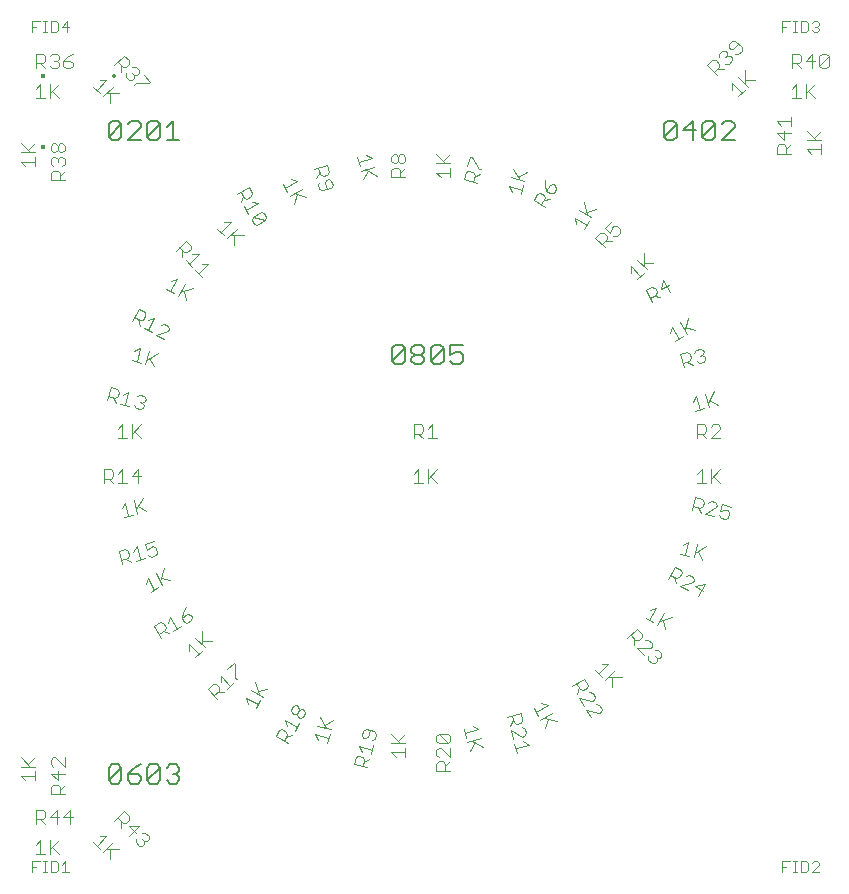
<source format=gto>
G75*
%MOIN*%
%OFA0B0*%
%FSLAX25Y25*%
%IPPOS*%
%LPD*%
%AMOC8*
5,1,8,0,0,1.08239X$1,22.5*
%
%ADD10C,0.00600*%
%ADD11C,0.00300*%
%ADD12C,0.00400*%
%ADD13R,0.01181X0.01181*%
%ADD14R,0.01181X0.01181*%
D10*
X0046576Y0041738D02*
X0050846Y0046008D01*
X0050846Y0041738D01*
X0049778Y0040670D01*
X0047643Y0040670D01*
X0046576Y0041738D01*
X0046576Y0046008D01*
X0047643Y0047076D01*
X0049778Y0047076D01*
X0050846Y0046008D01*
X0053021Y0043873D02*
X0056224Y0043873D01*
X0057291Y0042805D01*
X0057291Y0041738D01*
X0056224Y0040670D01*
X0054089Y0040670D01*
X0053021Y0041738D01*
X0053021Y0043873D01*
X0055156Y0046008D01*
X0057291Y0047076D01*
X0059467Y0046008D02*
X0060534Y0047076D01*
X0062669Y0047076D01*
X0063737Y0046008D01*
X0059467Y0041738D01*
X0060534Y0040670D01*
X0062669Y0040670D01*
X0063737Y0041738D01*
X0063737Y0046008D01*
X0065912Y0046008D02*
X0066980Y0047076D01*
X0069115Y0047076D01*
X0070182Y0046008D01*
X0070182Y0044940D01*
X0069115Y0043873D01*
X0070182Y0042805D01*
X0070182Y0041738D01*
X0069115Y0040670D01*
X0066980Y0040670D01*
X0065912Y0041738D01*
X0068047Y0043873D02*
X0069115Y0043873D01*
X0059467Y0041738D02*
X0059467Y0046008D01*
X0142131Y0180434D02*
X0141064Y0181501D01*
X0145334Y0185772D01*
X0145334Y0181501D01*
X0144267Y0180434D01*
X0142131Y0180434D01*
X0141064Y0181501D02*
X0141064Y0185772D01*
X0142131Y0186839D01*
X0144267Y0186839D01*
X0145334Y0185772D01*
X0147509Y0185772D02*
X0147509Y0184704D01*
X0148577Y0183637D01*
X0150712Y0183637D01*
X0151780Y0182569D01*
X0151780Y0181501D01*
X0150712Y0180434D01*
X0148577Y0180434D01*
X0147509Y0181501D01*
X0147509Y0182569D01*
X0148577Y0183637D01*
X0150712Y0183637D02*
X0151780Y0184704D01*
X0151780Y0185772D01*
X0150712Y0186839D01*
X0148577Y0186839D01*
X0147509Y0185772D01*
X0153955Y0185772D02*
X0153955Y0181501D01*
X0158225Y0185772D01*
X0158225Y0181501D01*
X0157158Y0180434D01*
X0155022Y0180434D01*
X0153955Y0181501D01*
X0153955Y0185772D02*
X0155022Y0186839D01*
X0157158Y0186839D01*
X0158225Y0185772D01*
X0160400Y0186839D02*
X0160400Y0183637D01*
X0162535Y0184704D01*
X0163603Y0184704D01*
X0164671Y0183637D01*
X0164671Y0181501D01*
X0163603Y0180434D01*
X0161468Y0180434D01*
X0160400Y0181501D01*
X0160400Y0186839D02*
X0164671Y0186839D01*
X0232683Y0255237D02*
X0231615Y0256305D01*
X0235885Y0260575D01*
X0235885Y0256305D01*
X0234818Y0255237D01*
X0232683Y0255237D01*
X0231615Y0256305D02*
X0231615Y0260575D01*
X0232683Y0261642D01*
X0234818Y0261642D01*
X0235885Y0260575D01*
X0238060Y0258440D02*
X0242331Y0258440D01*
X0244506Y0260575D02*
X0245574Y0261642D01*
X0247709Y0261642D01*
X0248776Y0260575D01*
X0244506Y0256305D01*
X0245574Y0255237D01*
X0247709Y0255237D01*
X0248776Y0256305D01*
X0248776Y0260575D01*
X0250951Y0260575D02*
X0252019Y0261642D01*
X0254154Y0261642D01*
X0255222Y0260575D01*
X0255222Y0259507D01*
X0250951Y0255237D01*
X0255222Y0255237D01*
X0244506Y0256305D02*
X0244506Y0260575D01*
X0241263Y0261642D02*
X0238060Y0258440D01*
X0241263Y0255237D02*
X0241263Y0261642D01*
X0070182Y0255237D02*
X0065912Y0255237D01*
X0068047Y0255237D02*
X0068047Y0261642D01*
X0065912Y0259507D01*
X0063737Y0260575D02*
X0063737Y0256305D01*
X0062669Y0255237D01*
X0060534Y0255237D01*
X0059467Y0256305D01*
X0063737Y0260575D01*
X0062669Y0261642D01*
X0060534Y0261642D01*
X0059467Y0260575D01*
X0059467Y0256305D01*
X0057291Y0255237D02*
X0053021Y0255237D01*
X0057291Y0259507D01*
X0057291Y0260575D01*
X0056224Y0261642D01*
X0054089Y0261642D01*
X0053021Y0260575D01*
X0050846Y0260575D02*
X0046576Y0256305D01*
X0047643Y0255237D01*
X0049778Y0255237D01*
X0050846Y0256305D01*
X0050846Y0260575D01*
X0049778Y0261642D01*
X0047643Y0261642D01*
X0046576Y0260575D01*
X0046576Y0256305D01*
D11*
X0021150Y0014853D02*
X0021150Y0011150D01*
X0021150Y0013002D02*
X0022384Y0013002D01*
X0021150Y0014853D02*
X0023619Y0014853D01*
X0024833Y0014853D02*
X0026068Y0014853D01*
X0025450Y0014853D02*
X0025450Y0011150D01*
X0024833Y0011150D02*
X0026068Y0011150D01*
X0027289Y0011150D02*
X0029140Y0011150D01*
X0029757Y0011767D01*
X0029757Y0014236D01*
X0029140Y0014853D01*
X0027289Y0014853D01*
X0027289Y0011150D01*
X0030972Y0011150D02*
X0033440Y0011150D01*
X0032206Y0011150D02*
X0032206Y0014853D01*
X0030972Y0013619D01*
X0271150Y0013002D02*
X0272384Y0013002D01*
X0271150Y0014853D02*
X0273619Y0014853D01*
X0274833Y0014853D02*
X0276068Y0014853D01*
X0275450Y0014853D02*
X0275450Y0011150D01*
X0274833Y0011150D02*
X0276068Y0011150D01*
X0277289Y0011150D02*
X0279140Y0011150D01*
X0279757Y0011767D01*
X0279757Y0014236D01*
X0279140Y0014853D01*
X0277289Y0014853D01*
X0277289Y0011150D01*
X0280972Y0011150D02*
X0283440Y0013619D01*
X0283440Y0014236D01*
X0282823Y0014853D01*
X0281589Y0014853D01*
X0280972Y0014236D01*
X0280972Y0011150D02*
X0283440Y0011150D01*
X0271150Y0011150D02*
X0271150Y0014853D01*
X0271150Y0291150D02*
X0271150Y0294853D01*
X0273619Y0294853D01*
X0274833Y0294853D02*
X0276068Y0294853D01*
X0275450Y0294853D02*
X0275450Y0291150D01*
X0274833Y0291150D02*
X0276068Y0291150D01*
X0277289Y0291150D02*
X0279140Y0291150D01*
X0279757Y0291767D01*
X0279757Y0294236D01*
X0279140Y0294853D01*
X0277289Y0294853D01*
X0277289Y0291150D01*
X0280972Y0291767D02*
X0281589Y0291150D01*
X0282823Y0291150D01*
X0283440Y0291767D01*
X0283440Y0292384D01*
X0282823Y0293002D01*
X0282206Y0293002D01*
X0282823Y0293002D02*
X0283440Y0293619D01*
X0283440Y0294236D01*
X0282823Y0294853D01*
X0281589Y0294853D01*
X0280972Y0294236D01*
X0272384Y0293002D02*
X0271150Y0293002D01*
X0033440Y0293002D02*
X0030972Y0293002D01*
X0032823Y0294853D01*
X0032823Y0291150D01*
X0029757Y0291767D02*
X0029757Y0294236D01*
X0029140Y0294853D01*
X0027289Y0294853D01*
X0027289Y0291150D01*
X0029140Y0291150D01*
X0029757Y0291767D01*
X0026068Y0291150D02*
X0024833Y0291150D01*
X0025450Y0291150D02*
X0025450Y0294853D01*
X0024833Y0294853D02*
X0026068Y0294853D01*
X0023619Y0294853D02*
X0021150Y0294853D01*
X0021150Y0291150D01*
X0021150Y0293002D02*
X0022384Y0293002D01*
D12*
X0022322Y0283894D02*
X0024624Y0283894D01*
X0025391Y0283127D01*
X0025391Y0281593D01*
X0024624Y0280825D01*
X0022322Y0280825D01*
X0022322Y0279291D02*
X0022322Y0283894D01*
X0023857Y0280825D02*
X0025391Y0279291D01*
X0026926Y0280058D02*
X0027693Y0279291D01*
X0029228Y0279291D01*
X0029995Y0280058D01*
X0029995Y0280825D01*
X0029228Y0281593D01*
X0028461Y0281593D01*
X0029228Y0281593D02*
X0029995Y0282360D01*
X0029995Y0283127D01*
X0029228Y0283894D01*
X0027693Y0283894D01*
X0026926Y0283127D01*
X0031530Y0281593D02*
X0031530Y0280058D01*
X0032297Y0279291D01*
X0033832Y0279291D01*
X0034599Y0280058D01*
X0034599Y0280825D01*
X0033832Y0281593D01*
X0031530Y0281593D01*
X0033065Y0283127D01*
X0034599Y0283894D01*
X0043626Y0275225D02*
X0045796Y0275225D01*
X0042541Y0271970D01*
X0041456Y0273055D02*
X0043626Y0270885D01*
X0044711Y0269800D02*
X0047967Y0273055D01*
X0046882Y0270885D02*
X0046882Y0267629D01*
X0045796Y0270885D02*
X0050137Y0270885D01*
X0055038Y0273615D02*
X0055580Y0274158D01*
X0059921Y0274158D01*
X0060464Y0274700D01*
X0058293Y0276871D01*
X0056666Y0277413D02*
X0056123Y0276871D01*
X0055038Y0276871D01*
X0055038Y0275785D01*
X0054495Y0275243D01*
X0053410Y0275243D01*
X0052325Y0276328D01*
X0052325Y0277413D01*
X0050697Y0277956D02*
X0050697Y0280126D01*
X0051240Y0279584D02*
X0049612Y0281211D01*
X0048527Y0280126D02*
X0051782Y0283382D01*
X0053410Y0281754D01*
X0053410Y0280669D01*
X0052325Y0279584D01*
X0051240Y0279584D01*
X0054495Y0279583D02*
X0055580Y0279584D01*
X0056666Y0278498D01*
X0056666Y0277413D01*
X0055038Y0276871D02*
X0054495Y0277413D01*
X0029995Y0273894D02*
X0026926Y0270825D01*
X0027693Y0271593D02*
X0029995Y0269291D01*
X0026926Y0269291D02*
X0026926Y0273894D01*
X0023857Y0273894D02*
X0023857Y0269291D01*
X0025391Y0269291D02*
X0022322Y0269291D01*
X0022322Y0272360D02*
X0023857Y0273894D01*
X0021922Y0254134D02*
X0019620Y0251832D01*
X0020387Y0251065D02*
X0017318Y0254134D01*
X0017318Y0251065D02*
X0021922Y0251065D01*
X0021922Y0249530D02*
X0021922Y0246461D01*
X0021922Y0247995D02*
X0017318Y0247995D01*
X0018853Y0246461D01*
X0027318Y0247228D02*
X0028085Y0246461D01*
X0027318Y0247228D02*
X0027318Y0248763D01*
X0028085Y0249530D01*
X0028853Y0249530D01*
X0029620Y0248763D01*
X0030387Y0249530D01*
X0031155Y0249530D01*
X0031922Y0248763D01*
X0031922Y0247228D01*
X0031155Y0246461D01*
X0031922Y0244926D02*
X0030387Y0243391D01*
X0030387Y0244159D02*
X0030387Y0241857D01*
X0031922Y0241857D02*
X0027318Y0241857D01*
X0027318Y0244159D01*
X0028085Y0244926D01*
X0029620Y0244926D01*
X0030387Y0244159D01*
X0029620Y0247995D02*
X0029620Y0248763D01*
X0028853Y0251065D02*
X0028085Y0251065D01*
X0027318Y0251832D01*
X0027318Y0253367D01*
X0028085Y0254134D01*
X0028853Y0254134D01*
X0029620Y0253367D01*
X0029620Y0251832D01*
X0028853Y0251065D01*
X0029620Y0251832D02*
X0030387Y0251065D01*
X0031155Y0251065D01*
X0031922Y0251832D01*
X0031922Y0253367D01*
X0031155Y0254134D01*
X0030387Y0254134D01*
X0029620Y0253367D01*
X0069006Y0218347D02*
X0072262Y0221603D01*
X0073889Y0219975D01*
X0073889Y0218890D01*
X0072804Y0217805D01*
X0071719Y0217805D01*
X0070091Y0219432D01*
X0071176Y0218347D02*
X0071176Y0216177D01*
X0072262Y0215092D02*
X0074432Y0212921D01*
X0075517Y0211836D02*
X0077687Y0209666D01*
X0076602Y0210751D02*
X0079858Y0214006D01*
X0077687Y0214006D01*
X0076602Y0217262D02*
X0074432Y0217262D01*
X0076602Y0217262D02*
X0073347Y0214006D01*
X0069372Y0208827D02*
X0067070Y0204840D01*
X0065741Y0205608D02*
X0068399Y0204073D01*
X0069728Y0203306D02*
X0072030Y0207293D01*
X0071544Y0204916D02*
X0072386Y0201771D01*
X0070496Y0204635D02*
X0074688Y0205758D01*
X0069372Y0208827D02*
X0067276Y0208266D01*
X0058550Y0197755D02*
X0056556Y0198906D01*
X0054254Y0194919D01*
X0055021Y0196248D02*
X0057015Y0195097D01*
X0058063Y0195378D01*
X0058830Y0196707D01*
X0058550Y0197755D01*
X0059776Y0195275D02*
X0061872Y0195837D01*
X0059570Y0191850D01*
X0058241Y0192617D02*
X0060899Y0191083D01*
X0062228Y0190315D02*
X0066421Y0191439D01*
X0066805Y0192103D01*
X0066524Y0193151D01*
X0065195Y0193919D01*
X0064147Y0193638D01*
X0062228Y0190315D02*
X0064886Y0188781D01*
X0063001Y0184230D02*
X0059242Y0182060D01*
X0060181Y0182602D02*
X0061809Y0179783D01*
X0058845Y0180577D02*
X0060036Y0185024D01*
X0057071Y0185819D02*
X0055880Y0181372D01*
X0057362Y0180974D02*
X0054397Y0181769D01*
X0055192Y0184733D02*
X0057071Y0185819D01*
X0056912Y0193385D02*
X0056350Y0195481D01*
X0049483Y0172323D02*
X0050026Y0171383D01*
X0049629Y0169901D01*
X0048689Y0169358D01*
X0046465Y0169954D01*
X0046068Y0168471D02*
X0047260Y0172919D01*
X0049483Y0172323D01*
X0051310Y0170245D02*
X0053189Y0171330D01*
X0051997Y0166883D01*
X0050515Y0167280D02*
X0053480Y0166486D01*
X0055161Y0166829D02*
X0055703Y0165890D01*
X0057186Y0165493D01*
X0058125Y0166035D01*
X0058324Y0166776D01*
X0057782Y0167716D01*
X0057040Y0167915D01*
X0057782Y0167716D02*
X0058721Y0168259D01*
X0058920Y0169000D01*
X0058377Y0169940D01*
X0056895Y0170337D01*
X0055955Y0169794D01*
X0049033Y0167677D02*
X0047948Y0169557D01*
X0051145Y0160410D02*
X0051145Y0155806D01*
X0049610Y0155806D02*
X0052680Y0155806D01*
X0054214Y0155806D02*
X0054214Y0160410D01*
X0054981Y0158108D02*
X0057283Y0155806D01*
X0054214Y0157341D02*
X0057283Y0160410D01*
X0051145Y0160410D02*
X0049610Y0158876D01*
X0051145Y0145410D02*
X0051145Y0140806D01*
X0049610Y0140806D02*
X0052680Y0140806D01*
X0054214Y0143108D02*
X0057283Y0143108D01*
X0056516Y0140806D02*
X0056516Y0145410D01*
X0054214Y0143108D01*
X0051145Y0145410D02*
X0049610Y0143876D01*
X0048076Y0144643D02*
X0048076Y0143108D01*
X0047308Y0142341D01*
X0045006Y0142341D01*
X0045006Y0140806D02*
X0045006Y0145410D01*
X0047308Y0145410D01*
X0048076Y0144643D01*
X0046541Y0142341D02*
X0048076Y0140806D01*
X0051996Y0134334D02*
X0053188Y0129887D01*
X0051706Y0129489D02*
X0054670Y0130284D01*
X0056153Y0130681D02*
X0054961Y0135128D01*
X0056298Y0133103D02*
X0059117Y0131475D01*
X0055756Y0132163D02*
X0057926Y0135922D01*
X0051996Y0134334D02*
X0050911Y0132454D01*
X0058843Y0120639D02*
X0059439Y0118416D01*
X0060723Y0119554D01*
X0061464Y0119753D01*
X0062404Y0119210D01*
X0062801Y0117728D01*
X0062259Y0116788D01*
X0060776Y0116391D01*
X0059836Y0116933D01*
X0058553Y0115795D02*
X0055588Y0115000D01*
X0054106Y0114603D02*
X0052226Y0115688D01*
X0052967Y0115887D02*
X0050744Y0115291D01*
X0051141Y0113809D02*
X0049949Y0118256D01*
X0052173Y0118852D01*
X0053113Y0118309D01*
X0053510Y0116827D01*
X0052967Y0115887D01*
X0054794Y0117965D02*
X0055879Y0119845D01*
X0057070Y0115398D01*
X0058843Y0120639D02*
X0061808Y0121434D01*
X0064884Y0112435D02*
X0063761Y0108243D01*
X0064042Y0109291D02*
X0067186Y0108448D01*
X0064528Y0106914D02*
X0062226Y0110901D01*
X0059568Y0109366D02*
X0059006Y0107270D01*
X0059568Y0109366D02*
X0061870Y0105379D01*
X0060541Y0104612D02*
X0063199Y0106146D01*
X0072384Y0099445D02*
X0071439Y0098013D01*
X0070877Y0095917D01*
X0072871Y0097068D01*
X0073919Y0096787D01*
X0074303Y0096122D01*
X0074022Y0095074D01*
X0072693Y0094307D01*
X0071645Y0094588D01*
X0070877Y0095917D01*
X0070699Y0093156D02*
X0068041Y0091621D01*
X0066712Y0090854D02*
X0064616Y0091416D01*
X0065280Y0091799D02*
X0063287Y0090648D01*
X0064054Y0089319D02*
X0061752Y0093306D01*
X0063746Y0094457D01*
X0064794Y0094176D01*
X0065561Y0092847D01*
X0065280Y0091799D01*
X0066506Y0094279D02*
X0067068Y0096376D01*
X0069370Y0092389D01*
X0073344Y0087209D02*
X0076599Y0083953D01*
X0075514Y0082868D02*
X0077685Y0085039D01*
X0078770Y0086124D02*
X0075514Y0089379D01*
X0077685Y0088294D02*
X0080940Y0088294D01*
X0077685Y0087209D02*
X0077685Y0091549D01*
X0073344Y0087209D02*
X0073344Y0085039D01*
X0083951Y0076602D02*
X0087206Y0073347D01*
X0086121Y0072262D02*
X0088291Y0074432D01*
X0089376Y0075517D02*
X0088834Y0076060D01*
X0088834Y0080400D01*
X0088291Y0080943D01*
X0086121Y0078773D01*
X0083951Y0076602D02*
X0083951Y0074432D01*
X0083408Y0072804D02*
X0083408Y0071719D01*
X0081780Y0070091D01*
X0082865Y0069006D02*
X0079610Y0072262D01*
X0081238Y0073889D01*
X0082323Y0073889D01*
X0083408Y0072804D01*
X0082865Y0071176D02*
X0085036Y0071176D01*
X0092385Y0069372D02*
X0092947Y0067276D01*
X0092385Y0069372D02*
X0096372Y0067070D01*
X0095605Y0065741D02*
X0097140Y0068399D01*
X0097907Y0069728D02*
X0093920Y0072030D01*
X0096297Y0071544D02*
X0099442Y0072386D01*
X0096578Y0070496D02*
X0095454Y0074688D01*
X0108061Y0066524D02*
X0109109Y0066805D01*
X0109774Y0066421D01*
X0110055Y0065373D01*
X0109287Y0064044D01*
X0108239Y0063763D01*
X0107575Y0064147D01*
X0107294Y0065195D01*
X0108061Y0066524D01*
X0110055Y0065373D02*
X0111103Y0065654D01*
X0111767Y0065270D01*
X0112048Y0064222D01*
X0111281Y0062893D01*
X0110233Y0062612D01*
X0109568Y0062996D01*
X0109287Y0064044D01*
X0110130Y0060899D02*
X0108595Y0058241D01*
X0107828Y0056912D02*
X0105732Y0056350D01*
X0106115Y0057015D02*
X0104964Y0055021D01*
X0106293Y0054254D02*
X0102306Y0056556D01*
X0103457Y0058550D01*
X0104505Y0058830D01*
X0105834Y0058063D01*
X0106115Y0057015D01*
X0105937Y0059776D02*
X0105375Y0061872D01*
X0109363Y0059570D01*
X0115394Y0057071D02*
X0119841Y0055880D01*
X0120238Y0057362D02*
X0119444Y0054397D01*
X0116479Y0055192D02*
X0115394Y0057071D01*
X0116188Y0060036D02*
X0120635Y0058845D01*
X0119153Y0059242D02*
X0116983Y0063001D01*
X0118610Y0060181D02*
X0121430Y0061809D01*
X0131273Y0058377D02*
X0130876Y0056895D01*
X0131418Y0055955D01*
X0132160Y0055757D01*
X0133099Y0056299D01*
X0133695Y0058523D01*
X0132213Y0058920D02*
X0131273Y0058377D01*
X0132213Y0058920D02*
X0135177Y0058125D01*
X0135720Y0057186D01*
X0135323Y0055703D01*
X0134383Y0055161D01*
X0134727Y0053480D02*
X0133933Y0050515D01*
X0133535Y0049033D02*
X0131656Y0047948D01*
X0131855Y0048689D02*
X0131259Y0046465D01*
X0132741Y0046068D02*
X0128294Y0047260D01*
X0128890Y0049483D01*
X0129830Y0050026D01*
X0131312Y0049629D01*
X0131855Y0048689D01*
X0130968Y0051310D02*
X0129883Y0053189D01*
X0134330Y0051997D01*
X0140802Y0051145D02*
X0145406Y0051145D01*
X0145406Y0049610D02*
X0145406Y0052680D01*
X0145406Y0054214D02*
X0140802Y0054214D01*
X0143104Y0054981D02*
X0145406Y0057283D01*
X0143872Y0054214D02*
X0140802Y0057283D01*
X0140802Y0051145D02*
X0142337Y0049610D01*
X0155802Y0050378D02*
X0156570Y0049610D01*
X0155802Y0050378D02*
X0155802Y0051912D01*
X0156570Y0052680D01*
X0157337Y0052680D01*
X0160406Y0049610D01*
X0160406Y0052680D01*
X0159639Y0054214D02*
X0156570Y0057283D01*
X0159639Y0057283D01*
X0160406Y0056516D01*
X0160406Y0054981D01*
X0159639Y0054214D01*
X0156570Y0054214D01*
X0155802Y0054981D01*
X0155802Y0056516D01*
X0156570Y0057283D01*
X0165000Y0059023D02*
X0165795Y0056058D01*
X0166192Y0054576D02*
X0170639Y0055767D01*
X0168614Y0054430D02*
X0166986Y0051611D01*
X0167674Y0054973D02*
X0171433Y0052803D01*
X0169845Y0058732D02*
X0165397Y0057541D01*
X0167965Y0059817D02*
X0169845Y0058732D01*
X0180284Y0059941D02*
X0181369Y0061820D01*
X0181567Y0061079D02*
X0180971Y0063302D01*
X0179489Y0062905D02*
X0183936Y0064097D01*
X0184532Y0061873D01*
X0183989Y0060933D01*
X0182507Y0060536D01*
X0181567Y0061079D01*
X0180681Y0058458D02*
X0184440Y0056288D01*
X0185181Y0056486D01*
X0185724Y0057426D01*
X0185326Y0058909D01*
X0184387Y0059451D01*
X0180681Y0058458D02*
X0181475Y0055493D01*
X0181872Y0054011D02*
X0182667Y0051046D01*
X0182269Y0052529D02*
X0186717Y0053720D01*
X0184837Y0054805D01*
X0192050Y0059224D02*
X0192892Y0062368D01*
X0191844Y0062649D02*
X0196037Y0061526D01*
X0194502Y0064184D02*
X0190515Y0061882D01*
X0189748Y0063211D02*
X0188213Y0065869D01*
X0188981Y0064540D02*
X0192968Y0066842D01*
X0190871Y0067404D01*
X0201204Y0073369D02*
X0205191Y0075671D01*
X0206342Y0073677D01*
X0206061Y0072629D01*
X0204732Y0071862D01*
X0203684Y0072143D01*
X0202533Y0074136D01*
X0203300Y0072807D02*
X0202738Y0070711D01*
X0203506Y0069382D02*
X0207698Y0068258D01*
X0208363Y0068642D01*
X0208644Y0069690D01*
X0207876Y0071019D01*
X0206828Y0071300D01*
X0203506Y0069382D02*
X0205040Y0066724D01*
X0205808Y0065395D02*
X0210000Y0064271D01*
X0210665Y0064655D01*
X0210946Y0065703D01*
X0210178Y0067032D01*
X0209130Y0067313D01*
X0205808Y0065395D02*
X0207342Y0062737D01*
X0214289Y0073064D02*
X0214289Y0076319D01*
X0213204Y0076319D02*
X0217545Y0076319D01*
X0215374Y0078490D02*
X0212119Y0075234D01*
X0211034Y0076319D02*
X0208864Y0078490D01*
X0209949Y0077405D02*
X0213204Y0080660D01*
X0211034Y0080660D01*
X0221640Y0086926D02*
X0221640Y0089096D01*
X0222183Y0088554D02*
X0220555Y0090181D01*
X0219470Y0089096D02*
X0222726Y0092352D01*
X0224353Y0090724D01*
X0224353Y0089639D01*
X0223268Y0088554D01*
X0222183Y0088554D01*
X0222726Y0085841D02*
X0227066Y0085841D01*
X0227609Y0086383D01*
X0227609Y0087469D01*
X0226524Y0088554D01*
X0225438Y0088554D01*
X0222726Y0085841D02*
X0224896Y0083671D01*
X0226524Y0083128D02*
X0226524Y0082043D01*
X0227609Y0080958D01*
X0228694Y0080958D01*
X0229237Y0081500D01*
X0229237Y0082585D01*
X0228694Y0083128D01*
X0229237Y0082585D02*
X0230322Y0082585D01*
X0230864Y0083128D01*
X0230864Y0084213D01*
X0229779Y0085298D01*
X0228694Y0085298D01*
X0232189Y0092189D02*
X0231346Y0095333D01*
X0230298Y0095052D02*
X0234491Y0096176D01*
X0231833Y0097710D02*
X0229531Y0093723D01*
X0228202Y0094491D02*
X0225544Y0096025D01*
X0226873Y0095258D02*
X0229175Y0099245D01*
X0227078Y0098683D01*
X0235702Y0107481D02*
X0235140Y0109577D01*
X0235804Y0109194D02*
X0233811Y0110345D01*
X0233044Y0109016D02*
X0235346Y0113003D01*
X0237339Y0111852D01*
X0237620Y0110803D01*
X0236853Y0109474D01*
X0235804Y0109194D01*
X0237031Y0106714D02*
X0241223Y0107837D01*
X0241607Y0108502D01*
X0241326Y0109550D01*
X0239997Y0110317D01*
X0238949Y0110036D01*
X0237031Y0106714D02*
X0239689Y0105179D01*
X0242169Y0106405D02*
X0244827Y0104870D01*
X0243011Y0103261D02*
X0245313Y0107248D01*
X0242169Y0106405D01*
X0244529Y0115294D02*
X0242901Y0118113D01*
X0241961Y0117571D02*
X0245720Y0119741D01*
X0242755Y0120536D02*
X0241564Y0116089D01*
X0240081Y0116486D02*
X0237117Y0117280D01*
X0238599Y0116883D02*
X0239791Y0121330D01*
X0237911Y0120245D01*
X0250634Y0129187D02*
X0250092Y0130127D01*
X0250634Y0129187D02*
X0252117Y0128790D01*
X0253056Y0129333D01*
X0253454Y0130815D01*
X0252911Y0131755D01*
X0252170Y0131953D01*
X0250489Y0131609D01*
X0251085Y0133833D01*
X0254049Y0133039D01*
X0249404Y0133489D02*
X0248861Y0134429D01*
X0247379Y0134826D01*
X0246439Y0134283D01*
X0244957Y0134681D02*
X0244560Y0133198D01*
X0243620Y0132656D01*
X0241396Y0133251D01*
X0240999Y0131769D02*
X0242191Y0136216D01*
X0244414Y0135620D01*
X0244957Y0134681D01*
X0242879Y0132854D02*
X0243964Y0130975D01*
X0245446Y0130577D02*
X0249205Y0132748D01*
X0249404Y0133489D01*
X0248411Y0129783D02*
X0245446Y0130577D01*
X0245864Y0140806D02*
X0242794Y0140806D01*
X0244329Y0140806D02*
X0244329Y0145410D01*
X0242794Y0143876D01*
X0247398Y0145410D02*
X0247398Y0140806D01*
X0247398Y0142341D02*
X0250468Y0145410D01*
X0248166Y0143108D02*
X0250468Y0140806D01*
X0250468Y0155806D02*
X0247398Y0155806D01*
X0250468Y0158876D01*
X0250468Y0159643D01*
X0249700Y0160410D01*
X0248166Y0160410D01*
X0247398Y0159643D01*
X0245864Y0159643D02*
X0245864Y0158108D01*
X0245096Y0157341D01*
X0242794Y0157341D01*
X0242794Y0155806D02*
X0242794Y0160410D01*
X0245096Y0160410D01*
X0245864Y0159643D01*
X0244329Y0157341D02*
X0245864Y0155806D01*
X0243672Y0165397D02*
X0242480Y0169845D01*
X0241395Y0167965D01*
X0242190Y0165000D02*
X0245154Y0165795D01*
X0246637Y0166192D02*
X0245445Y0170639D01*
X0246782Y0168614D02*
X0249601Y0166986D01*
X0246240Y0167674D02*
X0248410Y0171433D01*
X0241272Y0180284D02*
X0239393Y0181369D01*
X0240134Y0181567D02*
X0237910Y0180971D01*
X0238307Y0179489D02*
X0237116Y0183936D01*
X0239339Y0184532D01*
X0240279Y0183989D01*
X0240676Y0182507D01*
X0240134Y0181567D01*
X0242556Y0181422D02*
X0243496Y0180879D01*
X0244978Y0181277D01*
X0245521Y0182216D01*
X0245322Y0182957D01*
X0244382Y0183500D01*
X0243641Y0183301D01*
X0244382Y0183500D02*
X0244925Y0184440D01*
X0244726Y0185181D01*
X0243786Y0185724D01*
X0242304Y0185326D01*
X0241761Y0184387D01*
X0238002Y0189748D02*
X0235344Y0188213D01*
X0236673Y0188981D02*
X0234371Y0192968D01*
X0233809Y0190871D01*
X0238563Y0191844D02*
X0239687Y0196037D01*
X0237029Y0194502D02*
X0239331Y0190515D01*
X0238844Y0192892D02*
X0241989Y0192050D01*
X0227844Y0201204D02*
X0225542Y0205191D01*
X0227535Y0206342D01*
X0228583Y0206061D01*
X0229351Y0204732D01*
X0229070Y0203684D01*
X0227076Y0202533D01*
X0228405Y0203300D02*
X0230502Y0202738D01*
X0230680Y0205499D02*
X0233338Y0207034D01*
X0231522Y0208644D02*
X0230680Y0205499D01*
X0233824Y0204657D02*
X0231522Y0208644D01*
X0225978Y0212119D02*
X0222723Y0215374D01*
X0224893Y0214289D02*
X0228149Y0214289D01*
X0224893Y0213204D02*
X0224893Y0217545D01*
X0220553Y0213204D02*
X0223808Y0209949D01*
X0222723Y0208864D02*
X0224893Y0211034D01*
X0220553Y0211034D02*
X0220553Y0213204D01*
X0212116Y0219470D02*
X0208861Y0222726D01*
X0210488Y0224353D01*
X0211574Y0224353D01*
X0212659Y0223268D01*
X0212659Y0222183D01*
X0211031Y0220555D01*
X0212116Y0221640D02*
X0214287Y0221640D01*
X0214829Y0223268D02*
X0215914Y0223268D01*
X0216999Y0224353D01*
X0216999Y0225438D01*
X0215914Y0226524D01*
X0214829Y0226524D01*
X0214287Y0225981D01*
X0213744Y0224353D01*
X0212116Y0225981D01*
X0214287Y0228151D01*
X0209024Y0232189D02*
X0205879Y0231346D01*
X0206160Y0230298D02*
X0205037Y0234491D01*
X0203502Y0231833D02*
X0207489Y0229531D01*
X0206722Y0228202D02*
X0205187Y0225544D01*
X0205955Y0226873D02*
X0201968Y0229175D01*
X0202529Y0227078D01*
X0192197Y0233044D02*
X0188210Y0235346D01*
X0189361Y0237339D01*
X0190409Y0237620D01*
X0191738Y0236853D01*
X0192019Y0235804D01*
X0190868Y0233811D01*
X0191635Y0235140D02*
X0193732Y0235702D01*
X0193834Y0237414D02*
X0194883Y0237695D01*
X0195650Y0239024D01*
X0195369Y0240072D01*
X0194705Y0240456D01*
X0193656Y0240175D01*
X0192505Y0238182D01*
X0193834Y0237414D01*
X0192505Y0238182D02*
X0191944Y0240278D01*
X0192047Y0241991D01*
X0185918Y0244529D02*
X0183099Y0242901D01*
X0183642Y0241961D02*
X0181471Y0245720D01*
X0180677Y0242755D02*
X0185124Y0241564D01*
X0184727Y0240081D02*
X0183932Y0237117D01*
X0184330Y0238599D02*
X0179883Y0239791D01*
X0180968Y0237911D01*
X0169444Y0240999D02*
X0164996Y0242191D01*
X0165592Y0244414D01*
X0166532Y0244957D01*
X0168014Y0244560D01*
X0168557Y0243620D01*
X0167961Y0241396D01*
X0168358Y0242879D02*
X0170238Y0243964D01*
X0170635Y0245446D02*
X0169894Y0245645D01*
X0167724Y0249404D01*
X0166982Y0249602D01*
X0166188Y0246638D01*
X0160406Y0247398D02*
X0155802Y0247398D01*
X0158104Y0248166D02*
X0160406Y0250468D01*
X0158872Y0247398D02*
X0155802Y0250468D01*
X0155802Y0244329D02*
X0160406Y0244329D01*
X0160406Y0242794D02*
X0160406Y0245864D01*
X0157337Y0242794D02*
X0155802Y0244329D01*
X0145406Y0242794D02*
X0140802Y0242794D01*
X0140802Y0245096D01*
X0141570Y0245864D01*
X0143104Y0245864D01*
X0143872Y0245096D01*
X0143872Y0242794D01*
X0143872Y0244329D02*
X0145406Y0245864D01*
X0144639Y0247398D02*
X0143872Y0247398D01*
X0143104Y0248166D01*
X0143104Y0249700D01*
X0143872Y0250468D01*
X0144639Y0250468D01*
X0145406Y0249700D01*
X0145406Y0248166D01*
X0144639Y0247398D01*
X0143104Y0248166D02*
X0142337Y0247398D01*
X0141570Y0247398D01*
X0140802Y0248166D01*
X0140802Y0249700D01*
X0141570Y0250468D01*
X0142337Y0250468D01*
X0143104Y0249700D01*
X0135128Y0246251D02*
X0130681Y0245060D01*
X0130284Y0246542D02*
X0129489Y0249507D01*
X0129887Y0248024D02*
X0134334Y0249216D01*
X0132454Y0250301D01*
X0132163Y0245457D02*
X0135922Y0243287D01*
X0133103Y0244914D02*
X0131475Y0242095D01*
X0121235Y0240146D02*
X0120838Y0241628D01*
X0119898Y0242170D01*
X0119157Y0241972D01*
X0118614Y0241032D01*
X0119210Y0238809D01*
X0117728Y0238411D02*
X0120692Y0239206D01*
X0121235Y0240146D01*
X0119501Y0243653D02*
X0118018Y0243256D01*
X0117079Y0243798D01*
X0116483Y0246022D01*
X0116880Y0244539D02*
X0115795Y0242660D01*
X0116933Y0241376D02*
X0116391Y0240436D01*
X0116788Y0238954D01*
X0117728Y0238411D01*
X0119501Y0243653D02*
X0120043Y0244593D01*
X0119448Y0246816D01*
X0115001Y0245625D01*
X0109366Y0241644D02*
X0105379Y0239342D01*
X0104612Y0240671D02*
X0106146Y0238013D01*
X0106914Y0236684D02*
X0110901Y0238986D01*
X0109291Y0237171D02*
X0108448Y0234026D01*
X0108243Y0237452D02*
X0112435Y0236328D01*
X0109366Y0241644D02*
X0107270Y0242206D01*
X0096376Y0234144D02*
X0094279Y0234706D01*
X0092847Y0235651D02*
X0091799Y0235932D01*
X0090648Y0237926D01*
X0089319Y0237159D02*
X0093306Y0239461D01*
X0094457Y0237467D01*
X0094176Y0236419D01*
X0092847Y0235651D01*
X0091416Y0236597D02*
X0090854Y0234500D01*
X0091621Y0233171D02*
X0093156Y0230513D01*
X0092389Y0231842D02*
X0096376Y0234144D01*
X0097246Y0231103D02*
X0094588Y0229568D01*
X0098780Y0228445D01*
X0096122Y0226910D01*
X0095074Y0227191D01*
X0094307Y0228520D01*
X0094588Y0229568D01*
X0097246Y0231103D02*
X0098294Y0230822D01*
X0099061Y0229493D01*
X0098780Y0228445D01*
X0091549Y0223528D02*
X0087209Y0223528D01*
X0088294Y0223528D02*
X0088294Y0220272D01*
X0086124Y0222443D02*
X0089379Y0225698D01*
X0087209Y0227869D02*
X0083953Y0224613D01*
X0082868Y0225698D02*
X0085039Y0223528D01*
X0085039Y0227869D02*
X0087209Y0227869D01*
X0148306Y0160410D02*
X0150608Y0160410D01*
X0151376Y0159643D01*
X0151376Y0158108D01*
X0150608Y0157341D01*
X0148306Y0157341D01*
X0148306Y0155806D02*
X0148306Y0160410D01*
X0149841Y0157341D02*
X0151376Y0155806D01*
X0152910Y0155806D02*
X0155980Y0155806D01*
X0154445Y0155806D02*
X0154445Y0160410D01*
X0152910Y0158876D01*
X0152910Y0145410D02*
X0152910Y0140806D01*
X0151376Y0140806D02*
X0148306Y0140806D01*
X0149841Y0140806D02*
X0149841Y0145410D01*
X0148306Y0143876D01*
X0152910Y0142341D02*
X0155980Y0145410D01*
X0153678Y0143108D02*
X0155980Y0140806D01*
X0031922Y0049409D02*
X0031922Y0046340D01*
X0028853Y0049409D01*
X0028085Y0049409D01*
X0027318Y0048642D01*
X0027318Y0047107D01*
X0028085Y0046340D01*
X0029620Y0044805D02*
X0029620Y0041736D01*
X0027318Y0044038D01*
X0031922Y0044038D01*
X0031922Y0040202D02*
X0030387Y0038667D01*
X0030387Y0039434D02*
X0030387Y0037132D01*
X0031922Y0037132D02*
X0027318Y0037132D01*
X0027318Y0039434D01*
X0028085Y0040202D01*
X0029620Y0040202D01*
X0030387Y0039434D01*
X0021922Y0041736D02*
X0021922Y0044806D01*
X0021922Y0046340D02*
X0017318Y0046340D01*
X0019620Y0047107D02*
X0021922Y0049409D01*
X0020387Y0046340D02*
X0017318Y0049409D01*
X0017318Y0043271D02*
X0021922Y0043271D01*
X0018853Y0041736D02*
X0017318Y0043271D01*
X0022322Y0031926D02*
X0024624Y0031926D01*
X0025391Y0031159D01*
X0025391Y0029624D01*
X0024624Y0028857D01*
X0022322Y0028857D01*
X0023857Y0028857D02*
X0025391Y0027322D01*
X0026926Y0029624D02*
X0029995Y0029624D01*
X0031530Y0029624D02*
X0034599Y0029624D01*
X0033832Y0027322D02*
X0033832Y0031926D01*
X0031530Y0029624D01*
X0029228Y0027322D02*
X0029228Y0031926D01*
X0026926Y0029624D01*
X0022322Y0027322D02*
X0022322Y0031926D01*
X0023857Y0021926D02*
X0023857Y0017322D01*
X0025391Y0017322D02*
X0022322Y0017322D01*
X0022322Y0020391D02*
X0023857Y0021926D01*
X0026926Y0021926D02*
X0026926Y0017322D01*
X0026926Y0018857D02*
X0029995Y0021926D01*
X0027693Y0019624D02*
X0029995Y0017322D01*
X0041456Y0021087D02*
X0043626Y0018916D01*
X0044711Y0017831D02*
X0047967Y0021086D01*
X0046882Y0018916D02*
X0046882Y0015661D01*
X0045796Y0018916D02*
X0050137Y0018916D01*
X0053410Y0023274D02*
X0056666Y0026530D01*
X0053410Y0026530D01*
X0055580Y0024360D01*
X0057751Y0024360D02*
X0058836Y0024360D01*
X0059921Y0023274D01*
X0059921Y0022189D01*
X0059378Y0021647D01*
X0058293Y0021647D01*
X0058293Y0020561D01*
X0057751Y0020019D01*
X0056666Y0020019D01*
X0055580Y0021104D01*
X0055580Y0022189D01*
X0057751Y0022189D02*
X0058293Y0021647D01*
X0050697Y0025987D02*
X0050697Y0028158D01*
X0051240Y0027615D02*
X0049612Y0029243D01*
X0048527Y0028158D02*
X0051782Y0031413D01*
X0053410Y0029785D01*
X0053410Y0028700D01*
X0052325Y0027615D01*
X0051240Y0027615D01*
X0045796Y0023257D02*
X0043626Y0023257D01*
X0045796Y0023257D02*
X0042541Y0020001D01*
X0155802Y0045006D02*
X0155802Y0047308D01*
X0156570Y0048076D01*
X0158104Y0048076D01*
X0158872Y0047308D01*
X0158872Y0045006D01*
X0160406Y0045006D02*
X0155802Y0045006D01*
X0158872Y0046541D02*
X0160406Y0048076D01*
X0269287Y0250669D02*
X0269287Y0252970D01*
X0270054Y0253738D01*
X0271589Y0253738D01*
X0272356Y0252970D01*
X0272356Y0250669D01*
X0272356Y0252203D02*
X0273891Y0253738D01*
X0271589Y0255272D02*
X0271589Y0258342D01*
X0270821Y0259876D02*
X0269287Y0261411D01*
X0273891Y0261411D01*
X0273891Y0259876D02*
X0273891Y0262946D01*
X0273891Y0257574D02*
X0269287Y0257574D01*
X0271589Y0255272D01*
X0273891Y0250669D02*
X0269287Y0250669D01*
X0279287Y0252203D02*
X0283891Y0252203D01*
X0283891Y0250669D02*
X0283891Y0253738D01*
X0283891Y0255272D02*
X0279287Y0255272D01*
X0281589Y0256040D02*
X0283891Y0258342D01*
X0282356Y0255272D02*
X0279287Y0258342D01*
X0279287Y0252203D02*
X0280821Y0250669D01*
X0281964Y0269291D02*
X0279662Y0271593D01*
X0278894Y0270825D02*
X0281964Y0273894D01*
X0278894Y0273894D02*
X0278894Y0269291D01*
X0277360Y0269291D02*
X0274291Y0269291D01*
X0275825Y0269291D02*
X0275825Y0273894D01*
X0274291Y0272360D01*
X0274291Y0279291D02*
X0274291Y0283894D01*
X0276593Y0283894D01*
X0277360Y0283127D01*
X0277360Y0281593D01*
X0276593Y0280825D01*
X0274291Y0280825D01*
X0275825Y0280825D02*
X0277360Y0279291D01*
X0278894Y0281593D02*
X0281964Y0281593D01*
X0283498Y0283127D02*
X0284266Y0283894D01*
X0285800Y0283894D01*
X0286568Y0283127D01*
X0283498Y0280058D01*
X0284266Y0279291D01*
X0285800Y0279291D01*
X0286568Y0280058D01*
X0286568Y0283127D01*
X0283498Y0283127D02*
X0283498Y0280058D01*
X0281196Y0279291D02*
X0281196Y0283894D01*
X0278894Y0281593D01*
X0261930Y0275228D02*
X0258674Y0275228D01*
X0258674Y0274143D02*
X0258674Y0278484D01*
X0256504Y0276313D02*
X0259759Y0273058D01*
X0258674Y0271973D02*
X0256504Y0269802D01*
X0257589Y0270887D02*
X0254334Y0274143D01*
X0254334Y0271973D01*
X0249433Y0276873D02*
X0246177Y0280129D01*
X0247805Y0281757D01*
X0248890Y0281757D01*
X0249976Y0280671D01*
X0249976Y0279586D01*
X0248348Y0277959D01*
X0249433Y0279044D02*
X0251603Y0279044D01*
X0252146Y0280671D02*
X0253231Y0280671D01*
X0254316Y0281757D01*
X0254316Y0282842D01*
X0253774Y0283384D01*
X0252688Y0283384D01*
X0252146Y0282842D01*
X0252688Y0283384D02*
X0252688Y0284469D01*
X0252146Y0285012D01*
X0251061Y0285012D01*
X0249976Y0283927D01*
X0249976Y0282842D01*
X0253231Y0286097D02*
X0253774Y0285555D01*
X0254859Y0285555D01*
X0256486Y0287182D01*
X0255401Y0288268D02*
X0254316Y0288268D01*
X0253231Y0287182D01*
X0253231Y0286097D01*
X0255401Y0283927D02*
X0256486Y0283927D01*
X0257572Y0285012D01*
X0257572Y0286097D01*
X0255401Y0288268D01*
D13*
X0024622Y0276591D03*
X0024622Y0252969D03*
D14*
G36*
X0048244Y0275757D02*
X0047410Y0276591D01*
X0048244Y0277425D01*
X0049078Y0276591D01*
X0048244Y0275757D01*
G37*
M02*

</source>
